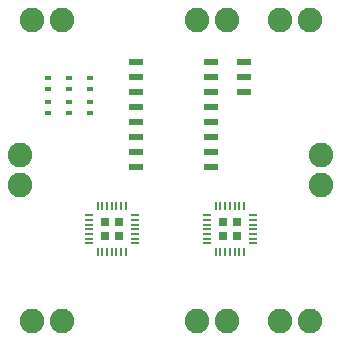
<source format=gbr>
G04 #@! TF.FileFunction,Paste,Top*
%FSLAX46Y46*%
G04 Gerber Fmt 4.6, Leading zero omitted, Abs format (unit mm)*
G04 Created by KiCad (PCBNEW 4.0.5) date Thu Feb 16 13:03:40 2017*
%MOMM*%
%LPD*%
G01*
G04 APERTURE LIST*
%ADD10C,0.100000*%
%ADD11R,1.143000X0.508000*%
%ADD12C,2.082800*%
%ADD13R,0.600000X0.400000*%
%ADD14R,0.800000X0.200000*%
%ADD15R,0.200000X0.800000*%
%ADD16R,0.720000X0.720000*%
G04 APERTURE END LIST*
D10*
D11*
X18415000Y21590000D03*
X21165000Y21590000D03*
X18415000Y20320000D03*
X18415000Y19050000D03*
X18415000Y17780000D03*
X18415000Y16510000D03*
X18415000Y15240000D03*
X12065000Y15240000D03*
X12065000Y16510000D03*
X12065000Y17780000D03*
X12065000Y19050000D03*
X12065000Y20320000D03*
X12065000Y21590000D03*
X12065000Y22860000D03*
X12065000Y24130000D03*
X21165000Y22860000D03*
X21165000Y24130000D03*
X18415000Y22860000D03*
X18415000Y24130000D03*
D12*
X2270000Y16270000D03*
X2270000Y13730000D03*
X5770000Y27730000D03*
X3230000Y27730000D03*
X3230000Y2270000D03*
X5770000Y2270000D03*
X19770000Y27730000D03*
X17230000Y27730000D03*
X17230000Y2270000D03*
X19770000Y2270000D03*
X26770000Y27730000D03*
X24230000Y27730000D03*
X24230000Y2270000D03*
X26770000Y2270000D03*
X27730000Y13730000D03*
X27730000Y16270000D03*
D13*
X4572000Y22802000D03*
X4572000Y21902000D03*
X4572000Y20770000D03*
X4572000Y19870000D03*
X6350000Y22802000D03*
X6350000Y21902000D03*
X6350000Y20770000D03*
X6350000Y19870000D03*
X8128000Y22802000D03*
X8128000Y21902000D03*
X8128000Y20770000D03*
X8128000Y19870000D03*
D14*
X8050000Y11200000D03*
X8050000Y10800000D03*
X8050000Y10400000D03*
X8050000Y10000000D03*
X8050000Y9600000D03*
X8050000Y9200000D03*
X8050000Y8800000D03*
D15*
X8800000Y8050000D03*
X9200000Y8050000D03*
X9600000Y8050000D03*
X10000000Y8050000D03*
X10400000Y8050000D03*
X10800000Y8050000D03*
X11200000Y8050000D03*
D14*
X11950000Y8800000D03*
X11950000Y9200000D03*
X11950000Y9600000D03*
X11950000Y10000000D03*
X11950000Y10400000D03*
X11950000Y10800000D03*
X11950000Y11200000D03*
D15*
X11200000Y11950000D03*
X10800000Y11950000D03*
X10400000Y11950000D03*
X10000000Y11950000D03*
X9600000Y11950000D03*
X9200000Y11950000D03*
X8800000Y11950000D03*
D16*
X10600000Y9400000D03*
X10600000Y10600000D03*
X9400000Y9400000D03*
X9400000Y10600000D03*
D14*
X18050000Y11200000D03*
X18050000Y10800000D03*
X18050000Y10400000D03*
X18050000Y10000000D03*
X18050000Y9600000D03*
X18050000Y9200000D03*
X18050000Y8800000D03*
D15*
X18800000Y8050000D03*
X19200000Y8050000D03*
X19600000Y8050000D03*
X20000000Y8050000D03*
X20400000Y8050000D03*
X20800000Y8050000D03*
X21200000Y8050000D03*
D14*
X21950000Y8800000D03*
X21950000Y9200000D03*
X21950000Y9600000D03*
X21950000Y10000000D03*
X21950000Y10400000D03*
X21950000Y10800000D03*
X21950000Y11200000D03*
D15*
X21200000Y11950000D03*
X20800000Y11950000D03*
X20400000Y11950000D03*
X20000000Y11950000D03*
X19600000Y11950000D03*
X19200000Y11950000D03*
X18800000Y11950000D03*
D16*
X20600000Y9400000D03*
X20600000Y10600000D03*
X19400000Y9400000D03*
X19400000Y10600000D03*
M02*

</source>
